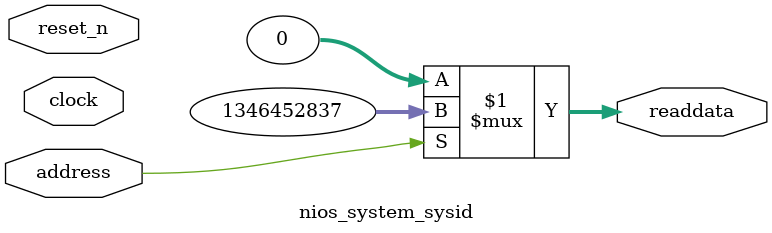
<source format=v>

`timescale 1ns / 1ps
// synthesis translate_on

// turn off superfluous verilog processor warnings 
// altera message_level Level1 
// altera message_off 10034 10035 10036 10037 10230 10240 10030 

module nios_system_sysid (
               // inputs:
                address,
                clock,
                reset_n,

               // outputs:
                readdata
             )
;

  output  [ 31: 0] readdata;
  input            address;
  input            clock;
  input            reset_n;

  wire    [ 31: 0] readdata;
  //control_slave, which is an e_avalon_slave
  assign readdata = address ? 1346452837 : 0;

endmodule




</source>
